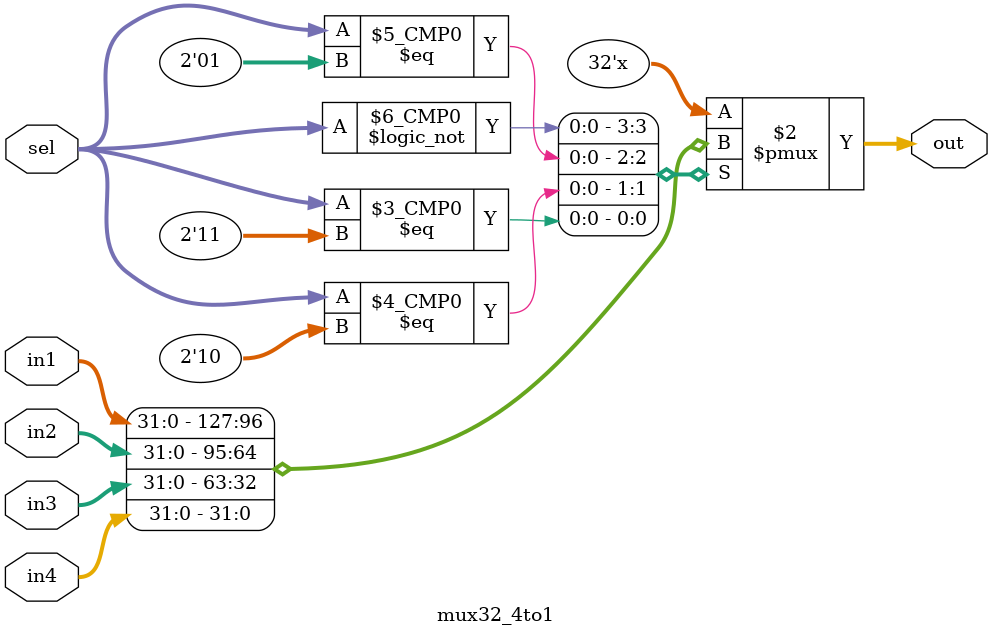
<source format=v>
module mux32_4to1(input [31:0] in1,in2,in3,in4,input [1:0] sel,output reg [31:0] out);
	always@(in1,in2,in3,in4,sel)begin
		case(sel)
			2'b00: out = in1;
			2'b01: out = in2;
			2'b10: out = in3;
			2'b11: out = in4;
			default:
				out = 32'b0;
		endcase
	end
endmodule

</source>
